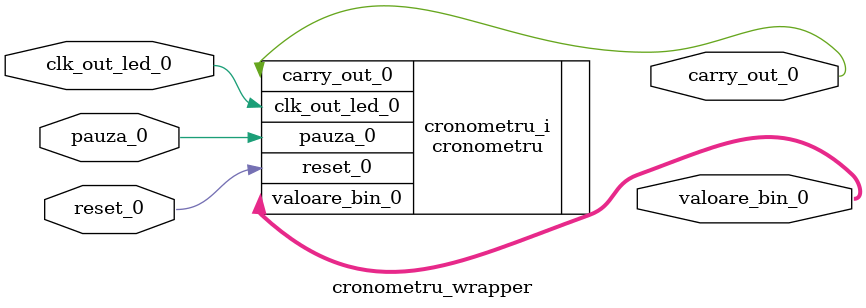
<source format=v>
`timescale 1 ps / 1 ps

module cronometru_wrapper
   (carry_out_0,
    clk_out_led_0,
    pauza_0,
    reset_0,
    valoare_bin_0);
  output carry_out_0;
  input clk_out_led_0;
  input pauza_0;
  input reset_0;
  output [5:0]valoare_bin_0;

  wire carry_out_0;
  wire clk_out_led_0;
  wire pauza_0;
  wire reset_0;
  wire [5:0]valoare_bin_0;

  cronometru cronometru_i
       (.carry_out_0(carry_out_0),
        .clk_out_led_0(clk_out_led_0),
        .pauza_0(pauza_0),
        .reset_0(reset_0),
        .valoare_bin_0(valoare_bin_0));
endmodule

</source>
